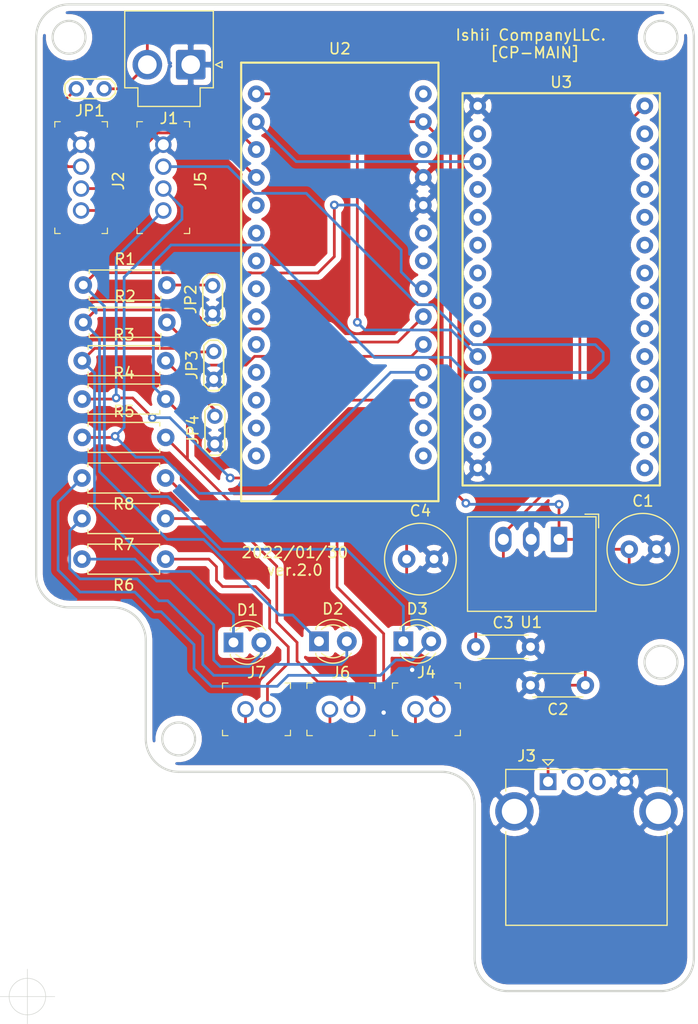
<source format=kicad_pcb>
(kicad_pcb (version 20171130) (host pcbnew "(5.1.9)-1")
  (layers (0 F.Cu signal) (31 B.Cu signal) (34 B.Paste user) (35 F.Paste user) (36 B.SilkS user) (37 F.SilkS user) (38 B.Mask user) (39 F.Mask user) (44 Edge.Cuts user))
  (net 0 "")
  (net 1 5V)
  (net 2 GND)
  (net 3 3.3V)
  (net 4 SP3)
  (net 5 SP2)
  (net 6 SP1)
  (net 7 "Net-(J2-Pad2)")
  (net 8 RX2)
  (net 9 TX2)
  (net 10 "Net-(J3-Pad2)")
  (net 11 "Net-(J3-Pad3)")
  (net 12 w-Sensor1)
  (net 13 w-Sensor2)
  (net 14 w-Sensor3)
  (net 15 J1)
  (net 16 J2)
  (net 17 J3)
  (net 18 RX)
  (net 19 TX)
  (net 20 "Net-(U2-Pad8)")
  (net 21 "Net-(U2-Pad9)")
  (net 22 "Net-(U2-Pad10)")
  (net 23 "Net-(U2-Pad11)")
  (net 24 "Net-(U2-Pad12)")
  (net 25 "Net-(U2-Pad13)")
  (net 26 "Net-(U2-Pad14)")
  (net 27 "Net-(U2-Pad15)")
  (net 28 "Net-(U2-Pad16)")
  (net 29 "Net-(U2-Pad22)")
  (net 30 "Net-(U2-Pad23)")
  (net 31 "Net-(U2-Pad26)")
  (net 32 "Net-(U2-Pad28)")
  (net 33 "Net-(U3-Pad4)")
  (net 34 "Net-(U3-Pad5)")
  (net 35 "Net-(U3-Pad6)")
  (net 36 "Net-(U3-Pad7)")
  (net 37 "Net-(U3-Pad8)")
  (net 38 "Net-(U3-Pad9)")
  (net 39 "Net-(U3-Pad11)")
  (net 40 "Net-(U3-Pad12)")
  (net 41 "Net-(U3-Pad13)")
  (net 42 "Net-(U3-Pad15)")
  (net 43 "Net-(U3-Pad16)")
  (net 44 "Net-(U3-Pad17)")
  (net 45 "Net-(U3-Pad18)")
  (net 46 "Net-(U3-Pad20)")
  (net 47 "Net-(U3-Pad21)")
  (net 48 "Net-(U3-Pad22)")
  (net 49 "Net-(U3-Pad23)")
  (net 50 "Net-(U3-Pad24)")
  (net 51 "Net-(U3-Pad25)")
  (net 52 "Net-(U3-Pad26)")
  (net 53 "Net-(U3-Pad27)")
  (net 54 "Net-(D1-Pad2)")
  (net 55 "Net-(D2-Pad2)")
  (net 56 "Net-(D3-Pad2)")
  (net 57 SDA)
  (net 58 SCL)
  (net 59 "Net-(U2-Pad5)")
  (net 60 "Net-(U2-Pad6)")
  (net 61 "Net-(U2-Pad7)")
  (net 62 "Net-(U3-Pad19)")
  (net 63 "Net-(U3-Pad2)")
  (module Capacitor_THT:C_Radial_D6.3mm_H11.0mm_P2.50mm (layer F.Cu) (at 164.9 100.3)
    (fp_text reference C1 (at 1.25 -4.4) (layer F.SilkS))
    (fp_text value C)
    (pad 2 thru_hole circle (at 2.5 0) (size 1.6 1.6) (drill 0.8) (layers *.Cu *.Mask) (net 2 GND))
    (pad 1 thru_hole circle (at 0 0) (size 1.6 1.6) (drill 0.8) (layers *.Cu *.Mask) (net 1 5V))
  )
  (module Capacitor_THT:C_Disc_D4.3mm_W1.9mm_P5.00mm (layer F.Cu) (at 160.9 112.7 180)
    (fp_text reference C2 (at 2.5 -2.2) (layer F.SilkS))
    (fp_text value C)
    (pad 2 thru_hole circle (at 5 0 180) (size 1.6 1.6) (drill 0.8) (layers *.Cu *.Mask) (net 2 GND))
    (pad 1 thru_hole circle (at 0 0 180) (size 1.6 1.6) (drill 0.8) (layers *.Cu *.Mask) (net 1 5V))
  )
  (module Capacitor_THT:C_Disc_D4.3mm_W1.9mm_P5.00mm (layer F.Cu) (at 150.9 109.2)
    (fp_text reference C3 (at 2.5 -2.2) (layer F.SilkS))
    (fp_text value C)
    (pad 1 thru_hole circle (at 0 0) (size 1.6 1.6) (drill 0.8) (layers *.Cu *.Mask) (net 3 3.3V))
    (pad 2 thru_hole circle (at 5 0) (size 1.6 1.6) (drill 0.8) (layers *.Cu *.Mask) (net 2 GND))
  )
  (module Capacitor_THT:C_Radial_D6.3mm_H11.0mm_P2.50mm (layer F.Cu) (at 144.6 101.2)
    (fp_text reference C4 (at 1.25 -4.4) (layer F.SilkS))
    (fp_text value C)
    (pad 1 thru_hole circle (at 0 0) (size 1.6 1.6) (drill 0.8) (layers *.Cu *.Mask) (net 3 3.3V))
    (pad 2 thru_hole circle (at 2.5 0) (size 1.6 1.6) (drill 0.8) (layers *.Cu *.Mask) (net 2 GND))
  )
  (module LED_THT:LED_D3.0mm (layer F.Cu) (at 128.8 108.8)
    (fp_text reference D1 (at 1.27 -2.96) (layer F.SilkS))
    (fp_text value LED)
    (pad 2 thru_hole circle (at 2.54 0) (size 1.8 1.8) (drill 0.9) (layers *.Cu *.Mask) (net 54 "Net-(D1-Pad2)"))
    (pad 1 thru_hole rect (at 0 0) (size 1.8 1.8) (drill 0.9) (layers *.Cu *.Mask) (net 4 SP3))
  )
  (module LED_THT:LED_D3.0mm (layer F.Cu) (at 136.6 108.7)
    (fp_text reference D2 (at 1.27 -2.96) (layer F.SilkS))
    (fp_text value LED)
    (pad 1 thru_hole rect (at 0 0) (size 1.8 1.8) (drill 0.9) (layers *.Cu *.Mask) (net 5 SP2))
    (pad 2 thru_hole circle (at 2.54 0) (size 1.8 1.8) (drill 0.9) (layers *.Cu *.Mask) (net 55 "Net-(D2-Pad2)"))
  )
  (module LED_THT:LED_D3.0mm (layer F.Cu) (at 144.3 108.7)
    (fp_text reference D3 (at 1.27 -2.96) (layer F.SilkS))
    (fp_text value LED)
    (pad 2 thru_hole circle (at 2.54 0) (size 1.8 1.8) (drill 0.9) (layers *.Cu *.Mask) (net 56 "Net-(D3-Pad2)"))
    (pad 1 thru_hole rect (at 0 0) (size 1.8 1.8) (drill 0.9) (layers *.Cu *.Mask) (net 6 SP1))
  )
  (module TestPoint:TestPoint_2Pads_Pitch2.54mm_Drill0.8mm (layer F.Cu) (at 117 58.3 180)
    (fp_text reference JP1 (at 1.3 -2) (layer F.SilkS))
    (fp_text value Jumper_2_Open)
    (pad 2 thru_hole circle (at 2.54 0 180) (size 1.4 1.4) (drill 0.8) (layers *.Cu *.Mask) (net 7 "Net-(J2-Pad2)"))
    (pad 1 thru_hole circle (at 0 0 180) (size 1.4 1.4) (drill 0.8) (layers *.Cu *.Mask) (net 1 5V))
  )
  (module TestPoint:TestPoint_2Pads_Pitch2.54mm_Drill0.8mm (layer F.Cu) (at 126.9 78.8 90)
    (fp_text reference JP2 (at 1.3 -2 90) (layer F.SilkS))
    (fp_text value Jumper_2_Open)
    (pad 2 thru_hole circle (at 2.54 0 90) (size 1.4 1.4) (drill 0.8) (layers *.Cu *.Mask) (net 15 J1))
    (pad 1 thru_hole circle (at 0 0 90) (size 1.4 1.4) (drill 0.8) (layers *.Cu *.Mask) (net 2 GND))
  )
  (module TestPoint:TestPoint_2Pads_Pitch2.54mm_Drill0.8mm (layer F.Cu) (at 127 84.8 90)
    (fp_text reference JP3 (at 1.3 -2 90) (layer F.SilkS))
    (fp_text value Jumper_2_Open)
    (pad 2 thru_hole circle (at 2.54 0 90) (size 1.4 1.4) (drill 0.8) (layers *.Cu *.Mask) (net 16 J2))
    (pad 1 thru_hole circle (at 0 0 90) (size 1.4 1.4) (drill 0.8) (layers *.Cu *.Mask) (net 2 GND))
  )
  (module TestPoint:TestPoint_2Pads_Pitch2.54mm_Drill0.8mm (layer F.Cu) (at 127.1 90.7 90)
    (fp_text reference JP4 (at 1.3 -2 90) (layer F.SilkS))
    (fp_text value Jumper_2_Open)
    (pad 1 thru_hole circle (at 0 0 90) (size 1.4 1.4) (drill 0.8) (layers *.Cu *.Mask) (net 2 GND))
    (pad 2 thru_hole circle (at 2.54 0 90) (size 1.4 1.4) (drill 0.8) (layers *.Cu *.Mask) (net 17 J3))
  )
  (module Resistor_THT:R_Axial_DIN0207_L6.3mm_D2.5mm_P7.62mm_Horizontal (layer F.Cu) (at 115.1 76.2)
    (fp_text reference R1 (at 3.81 -2.37) (layer F.SilkS))
    (fp_text value R)
    (pad 1 thru_hole circle (at 0 0) (size 1.6 1.6) (drill 0.8) (layers *.Cu *.Mask) (net 6 SP1))
    (pad 2 thru_hole oval (at 7.62 0) (size 1.6 1.6) (drill 0.8) (layers *.Cu *.Mask) (net 15 J1))
  )
  (module Resistor_THT:R_Axial_DIN0207_L6.3mm_D2.5mm_P7.62mm_Horizontal (layer F.Cu) (at 115.1 79.6)
    (fp_text reference R2 (at 3.81 -2.37) (layer F.SilkS))
    (fp_text value R)
    (pad 2 thru_hole oval (at 7.62 0) (size 1.6 1.6) (drill 0.8) (layers *.Cu *.Mask) (net 16 J2))
    (pad 1 thru_hole circle (at 0 0) (size 1.6 1.6) (drill 0.8) (layers *.Cu *.Mask) (net 5 SP2))
  )
  (module Resistor_THT:R_Axial_DIN0207_L6.3mm_D2.5mm_P7.62mm_Horizontal (layer F.Cu) (at 115 83.1)
    (fp_text reference R3 (at 3.81 -2.37) (layer F.SilkS))
    (fp_text value R)
    (pad 1 thru_hole circle (at 0 0) (size 1.6 1.6) (drill 0.8) (layers *.Cu *.Mask) (net 4 SP3))
    (pad 2 thru_hole oval (at 7.62 0) (size 1.6 1.6) (drill 0.8) (layers *.Cu *.Mask) (net 17 J3))
  )
  (module Resistor_THT:R_Axial_DIN0207_L6.3mm_D2.5mm_P7.62mm_Horizontal (layer F.Cu) (at 115 86.6)
    (fp_text reference R4 (at 3.81 -2.37) (layer F.SilkS))
    (fp_text value R)
    (pad 1 thru_hole circle (at 0 0) (size 1.6 1.6) (drill 0.8) (layers *.Cu *.Mask) (net 58 SCL))
    (pad 2 thru_hole oval (at 7.62 0) (size 1.6 1.6) (drill 0.8) (layers *.Cu *.Mask) (net 3 3.3V))
  )
  (module Resistor_THT:R_Axial_DIN0207_L6.3mm_D2.5mm_P7.62mm_Horizontal (layer F.Cu) (at 115 90.1)
    (fp_text reference R5 (at 3.81 -2.37) (layer F.SilkS))
    (fp_text value R)
    (pad 2 thru_hole oval (at 7.62 0) (size 1.6 1.6) (drill 0.8) (layers *.Cu *.Mask) (net 3 3.3V))
    (pad 1 thru_hole circle (at 0 0) (size 1.6 1.6) (drill 0.8) (layers *.Cu *.Mask) (net 57 SDA))
  )
  (module Resistor_THT:R_Axial_DIN0207_L6.3mm_D2.5mm_P7.62mm_Horizontal (layer F.Cu) (at 122.6 101.2 180)
    (fp_text reference R6 (at 3.81 -2.37) (layer F.SilkS))
    (fp_text value R)
    (pad 2 thru_hole oval (at 7.62 0 180) (size 1.6 1.6) (drill 0.8) (layers *.Cu *.Mask) (net 54 "Net-(D1-Pad2)"))
    (pad 1 thru_hole circle (at 0 0 180) (size 1.6 1.6) (drill 0.8) (layers *.Cu *.Mask) (net 14 w-Sensor3))
  )
  (module Resistor_THT:R_Axial_DIN0207_L6.3mm_D2.5mm_P7.62mm_Horizontal (layer F.Cu) (at 122.6 97.5 180)
    (fp_text reference R7 (at 3.81 -2.37) (layer F.SilkS))
    (fp_text value R)
    (pad 1 thru_hole circle (at 0 0 180) (size 1.6 1.6) (drill 0.8) (layers *.Cu *.Mask) (net 13 w-Sensor2))
    (pad 2 thru_hole oval (at 7.62 0 180) (size 1.6 1.6) (drill 0.8) (layers *.Cu *.Mask) (net 55 "Net-(D2-Pad2)"))
  )
  (module Resistor_THT:R_Axial_DIN0207_L6.3mm_D2.5mm_P7.62mm_Horizontal (layer F.Cu) (at 122.6 93.8 180)
    (fp_text reference R8 (at 3.81 -2.37) (layer F.SilkS))
    (fp_text value R)
    (pad 1 thru_hole circle (at 0 0 180) (size 1.6 1.6) (drill 0.8) (layers *.Cu *.Mask) (net 12 w-Sensor1))
    (pad 2 thru_hole oval (at 7.62 0 180) (size 1.6 1.6) (drill 0.8) (layers *.Cu *.Mask) (net 56 "Net-(D3-Pad2)"))
  )
  (module Converter_DCDC:Converter_DCDC_RECOM_R-78E-0.5_THT (layer F.Cu) (at 158.5 99.4 180)
    (fp_text reference U1 (at 2.54 -7.56) (layer F.SilkS))
    (fp_text value R-783.3-0.5)
    (pad 3 thru_hole oval (at 5.08 0 180) (size 1.5 2.3) (drill 1) (layers *.Cu *.Mask) (net 3 3.3V))
    (pad 2 thru_hole oval (at 2.54 0 180) (size 1.5 2.3) (drill 1) (layers *.Cu *.Mask) (net 2 GND))
    (pad 1 thru_hole rect (at 0 0 180) (size 1.5 2.3) (drill 1) (layers *.Cu *.Mask) (net 1 5V))
  )
  (module hotsprings-footprints:TWELITE-DIP (layer F.Cu) (at 158.7 76.7)
    (fp_text reference U3 (at 0 -19) (layer F.SilkS))
    (fp_text value TWELITE_DIP)
    (pad 28 thru_hole circle (at 7.62 -16.84) (size 1.524 1.524) (drill 0.762) (layers *.Cu *.Mask) (net 3 3.3V))
    (pad 27 thru_hole circle (at 7.62 -14.3) (size 1.524 1.524) (drill 0.762) (layers *.Cu *.Mask) (net 53 "Net-(U3-Pad27)"))
    (pad 26 thru_hole circle (at 7.62 -11.76) (size 1.524 1.524) (drill 0.762) (layers *.Cu *.Mask) (net 52 "Net-(U3-Pad26)"))
    (pad 25 thru_hole circle (at 7.62 -9.22) (size 1.524 1.524) (drill 0.762) (layers *.Cu *.Mask) (net 51 "Net-(U3-Pad25)"))
    (pad 24 thru_hole circle (at 7.62 -6.68) (size 1.524 1.524) (drill 0.762) (layers *.Cu *.Mask) (net 50 "Net-(U3-Pad24)"))
    (pad 23 thru_hole circle (at 7.62 -4.14) (size 1.524 1.524) (drill 0.762) (layers *.Cu *.Mask) (net 49 "Net-(U3-Pad23)"))
    (pad 22 thru_hole circle (at 7.62 -1.6) (size 1.524 1.524) (drill 0.762) (layers *.Cu *.Mask) (net 48 "Net-(U3-Pad22)"))
    (pad 21 thru_hole circle (at 7.62 0.94) (size 1.524 1.524) (drill 0.762) (layers *.Cu *.Mask) (net 47 "Net-(U3-Pad21)"))
    (pad 20 thru_hole circle (at 7.62 3.48) (size 1.524 1.524) (drill 0.762) (layers *.Cu *.Mask) (net 46 "Net-(U3-Pad20)"))
    (pad 19 thru_hole circle (at 7.62 6.02) (size 1.524 1.524) (drill 0.762) (layers *.Cu *.Mask) (net 62 "Net-(U3-Pad19)"))
    (pad 18 thru_hole circle (at 7.62 8.56) (size 1.524 1.524) (drill 0.762) (layers *.Cu *.Mask) (net 45 "Net-(U3-Pad18)"))
    (pad 17 thru_hole circle (at 7.62 11.1) (size 1.524 1.524) (drill 0.762) (layers *.Cu *.Mask) (net 44 "Net-(U3-Pad17)"))
    (pad 16 thru_hole circle (at 7.62 13.64) (size 1.524 1.524) (drill 0.762) (layers *.Cu *.Mask) (net 43 "Net-(U3-Pad16)"))
    (pad 15 thru_hole circle (at 7.62 16.18) (size 1.524 1.524) (drill 0.762) (layers *.Cu *.Mask) (net 42 "Net-(U3-Pad15)"))
    (pad 14 thru_hole circle (at -7.62 16.18) (size 1.524 1.524) (drill 0.762) (layers *.Cu *.Mask) (net 2 GND))
    (pad 13 thru_hole circle (at -7.62 13.64) (size 1.524 1.524) (drill 0.762) (layers *.Cu *.Mask) (net 41 "Net-(U3-Pad13)"))
    (pad 12 thru_hole circle (at -7.62 11.1) (size 1.524 1.524) (drill 0.762) (layers *.Cu *.Mask) (net 40 "Net-(U3-Pad12)"))
    (pad 11 thru_hole circle (at -7.62 8.56) (size 1.524 1.524) (drill 0.762) (layers *.Cu *.Mask) (net 39 "Net-(U3-Pad11)"))
    (pad 10 thru_hole circle (at -7.62 6.02) (size 1.524 1.524) (drill 0.762) (layers *.Cu *.Mask) (net 18 RX))
    (pad 9 thru_hole circle (at -7.62 3.48) (size 1.524 1.524) (drill 0.762) (layers *.Cu *.Mask) (net 38 "Net-(U3-Pad9)"))
    (pad 8 thru_hole circle (at -7.62 0.94) (size 1.524 1.524) (drill 0.762) (layers *.Cu *.Mask) (net 37 "Net-(U3-Pad8)"))
    (pad 7 thru_hole circle (at -7.62 -1.6) (size 1.524 1.524) (drill 0.762) (layers *.Cu *.Mask) (net 36 "Net-(U3-Pad7)"))
    (pad 6 thru_hole circle (at -7.62 -4.14) (size 1.524 1.524) (drill 0.762) (layers *.Cu *.Mask) (net 35 "Net-(U3-Pad6)"))
    (pad 5 thru_hole circle (at -7.62 -6.68) (size 1.524 1.524) (drill 0.762) (layers *.Cu *.Mask) (net 34 "Net-(U3-Pad5)"))
    (pad 4 thru_hole circle (at -7.62 -9.22) (size 1.524 1.524) (drill 0.762) (layers *.Cu *.Mask) (net 33 "Net-(U3-Pad4)"))
    (pad 3 thru_hole circle (at -7.62 -11.76) (size 1.524 1.524) (drill 0.762) (layers *.Cu *.Mask) (net 19 TX))
    (pad 2 thru_hole circle (at -7.62 -14.3) (size 1.524 1.524) (drill 0.762) (layers *.Cu *.Mask) (net 63 "Net-(U3-Pad2)"))
    (pad 1 thru_hole circle (at -7.62 -16.84) (size 1.524 1.524) (drill 0.762) (layers *.Cu *.Mask) (net 2 GND))
  )
  (module Connector_JST:JST_VH_B2P-VH-B_1x02_P3.96mm_Vertical (layer F.Cu) (at 124.9 56.1 180)
    (fp_text reference J1 (at 1.98 -4.9) (layer F.SilkS))
    (fp_text value power)
    (pad 2 thru_hole circle (at 3.96 0 180) (size 2.7 2.7) (drill 1.7) (layers *.Cu *.Mask) (net 1 5V))
    (pad 1 thru_hole roundrect (at 0 0 180) (size 2.7 2.7) (drill 1.7) (layers *.Cu *.Mask) (roundrect_rratio 0.09259296296296296) (net 2 GND))
  )
  (module Connector_USB:USB_A_CONNFLY_DS1095-WNR0 (layer F.Cu) (at 157.5 121.5)
    (fp_text reference J3 (at -1.95 -2.35) (layer F.SilkS))
    (fp_text value USB_A)
    (pad 5 thru_hole circle (at 10.07 2.71) (size 3.5 3.5) (drill 2.3) (layers *.Cu *.Mask) (net 2 GND))
    (pad 5 thru_hole circle (at -3.07 2.71) (size 3.5 3.5) (drill 2.3) (layers *.Cu *.Mask) (net 2 GND))
    (pad 1 thru_hole rect (at 0 0) (size 1.524 1.524) (drill 0.92) (layers *.Cu *.Mask) (net 1 5V))
    (pad 2 thru_hole circle (at 2.5 0) (size 1.524 1.524) (drill 0.92) (layers *.Cu *.Mask) (net 10 "Net-(J3-Pad2)"))
    (pad 3 thru_hole circle (at 4.5 0) (size 1.524 1.524) (drill 0.92) (layers *.Cu *.Mask) (net 11 "Net-(J3-Pad3)"))
    (pad 4 thru_hole circle (at 7 0) (size 1.524 1.524) (drill 0.92) (layers *.Cu *.Mask) (net 2 GND))
  )
  (module digikey-footprints:PinHeader_1x2_P2mm_Drill1mm (layer F.Cu) (at 145.4 114.9)
    (fp_text reference J4 (at 1 -3.35) (layer F.SilkS))
    (fp_text value w-Sensor1)
    (pad 1 thru_hole circle (at 0 0) (size 1.5 1.5) (drill 1) (layers *.Cu *.Mask) (net 1 5V))
    (pad 2 thru_hole circle (at 2 0) (size 1.5 1.5) (drill 1) (layers *.Cu *.Mask) (net 12 w-Sensor1))
  )
  (module digikey-footprints:PinHeader_1x4_P2mm_Drill1mm (layer F.Cu) (at 122.4 63.4 270)
    (fp_text reference J5 (at 3.3 -3.4 90) (layer F.SilkS))
    (fp_text value i2c)
    (pad 1 thru_hole circle (at 0 0 270) (size 1.5 1.5) (drill 1) (layers *.Cu *.Mask) (net 2 GND))
    (pad 2 thru_hole circle (at 2 0 270) (size 1.5 1.5) (drill 1) (layers *.Cu *.Mask) (net 3 3.3V))
    (pad 3 thru_hole circle (at 4 0 270) (size 1.5 1.5) (drill 1) (layers *.Cu *.Mask) (net 57 SDA))
    (pad 4 thru_hole circle (at 6 0 270) (size 1.5 1.5) (drill 1) (layers *.Cu *.Mask) (net 58 SCL))
  )
  (module digikey-footprints:PinHeader_1x2_P2mm_Drill1mm (layer F.Cu) (at 137.6 114.9)
    (fp_text reference J6 (at 1 -3.35) (layer F.SilkS))
    (fp_text value w-Sensor2)
    (pad 2 thru_hole circle (at 2 0) (size 1.5 1.5) (drill 1) (layers *.Cu *.Mask) (net 13 w-Sensor2))
    (pad 1 thru_hole circle (at 0 0) (size 1.5 1.5) (drill 1) (layers *.Cu *.Mask) (net 1 5V))
  )
  (module digikey-footprints:PinHeader_1x2_P2mm_Drill1mm (layer F.Cu) (at 129.9 114.9)
    (fp_text reference J7 (at 1 -3.35) (layer F.SilkS))
    (fp_text value w-Sensor3)
    (pad 1 thru_hole circle (at 0 0) (size 1.5 1.5) (drill 1) (layers *.Cu *.Mask) (net 1 5V))
    (pad 2 thru_hole circle (at 2 0) (size 1.5 1.5) (drill 1) (layers *.Cu *.Mask) (net 14 w-Sensor3))
  )
  (module digikey-footprints:PinHeader_1x4_P2mm_Drill1mm (layer F.Cu) (at 114.9 63.4 270)
    (fp_text reference J2 (at 3.3 -3.4 90) (layer F.SilkS))
    (fp_text value Serial)
    (pad 1 thru_hole circle (at 0 0 270) (size 1.5 1.5) (drill 1) (layers *.Cu *.Mask) (net 2 GND))
    (pad 2 thru_hole circle (at 2 0 270) (size 1.5 1.5) (drill 1) (layers *.Cu *.Mask) (net 7 "Net-(J2-Pad2)"))
    (pad 3 thru_hole circle (at 4 0 270) (size 1.5 1.5) (drill 1) (layers *.Cu *.Mask) (net 8 RX2))
    (pad 4 thru_hole circle (at 6 0 270) (size 1.5 1.5) (drill 1) (layers *.Cu *.Mask) (net 9 TX2))
  )
  (module hotsprings-footprints:AE-ATMEGA328-MINI (layer F.Cu) (at 138.5 75.6)
    (fp_text reference U2 (at 0 -20.955) (layer F.SilkS))
    (fp_text value AE-ATMEGA328-MINI)
    (pad 1 thru_hole circle (at -7.62 -16.84) (size 1.524 1.524) (drill 0.762) (layers *.Cu *.Mask) (net 18 RX))
    (pad 2 thru_hole circle (at -7.62 -14.3) (size 1.524 1.524) (drill 0.762) (layers *.Cu *.Mask) (net 19 TX))
    (pad 3 thru_hole circle (at -7.62 -11.76) (size 1.524 1.524) (drill 0.762) (layers *.Cu *.Mask) (net 8 RX2))
    (pad 4 thru_hole circle (at -7.62 -9.22) (size 1.524 1.524) (drill 0.762) (layers *.Cu *.Mask) (net 9 TX2))
    (pad 5 thru_hole circle (at -7.62 -6.68) (size 1.524 1.524) (drill 0.762) (layers *.Cu *.Mask) (net 59 "Net-(U2-Pad5)"))
    (pad 6 thru_hole circle (at -7.62 -4.14) (size 1.524 1.524) (drill 0.762) (layers *.Cu *.Mask) (net 60 "Net-(U2-Pad6)"))
    (pad 7 thru_hole circle (at -7.62 -1.6) (size 1.524 1.524) (drill 0.762) (layers *.Cu *.Mask) (net 61 "Net-(U2-Pad7)"))
    (pad 8 thru_hole circle (at -7.62 0.94) (size 1.524 1.524) (drill 0.762) (layers *.Cu *.Mask) (net 20 "Net-(U2-Pad8)"))
    (pad 9 thru_hole circle (at -7.62 3.48) (size 1.524 1.524) (drill 0.762) (layers *.Cu *.Mask) (net 21 "Net-(U2-Pad9)"))
    (pad 10 thru_hole circle (at -7.62 6.02) (size 1.524 1.524) (drill 0.762) (layers *.Cu *.Mask) (net 22 "Net-(U2-Pad10)"))
    (pad 11 thru_hole circle (at -7.62 8.56) (size 1.524 1.524) (drill 0.762) (layers *.Cu *.Mask) (net 23 "Net-(U2-Pad11)"))
    (pad 12 thru_hole circle (at -7.62 11.1) (size 1.524 1.524) (drill 0.762) (layers *.Cu *.Mask) (net 24 "Net-(U2-Pad12)"))
    (pad 13 thru_hole circle (at -7.62 13.64) (size 1.524 1.524) (drill 0.762) (layers *.Cu *.Mask) (net 25 "Net-(U2-Pad13)"))
    (pad 14 thru_hole circle (at -7.62 16.18) (size 1.524 1.524) (drill 0.762) (layers *.Cu *.Mask) (net 26 "Net-(U2-Pad14)"))
    (pad 15 thru_hole circle (at 7.62 16.18) (size 1.524 1.524) (drill 0.762) (layers *.Cu *.Mask) (net 27 "Net-(U2-Pad15)"))
    (pad 16 thru_hole circle (at 7.62 13.64) (size 1.524 1.524) (drill 0.762) (layers *.Cu *.Mask) (net 28 "Net-(U2-Pad16)"))
    (pad 17 thru_hole circle (at 7.62 11.1) (size 1.524 1.524) (drill 0.762) (layers *.Cu *.Mask) (net 58 SCL))
    (pad 18 thru_hole circle (at 7.62 8.56) (size 1.524 1.524) (drill 0.762) (layers *.Cu *.Mask) (net 57 SDA))
    (pad 19 thru_hole circle (at 7.62 6.02) (size 1.524 1.524) (drill 0.762) (layers *.Cu *.Mask) (net 4 SP3))
    (pad 20 thru_hole circle (at 7.62 3.48) (size 1.524 1.524) (drill 0.762) (layers *.Cu *.Mask) (net 5 SP2))
    (pad 21 thru_hole circle (at 7.62 0.94) (size 1.524 1.524) (drill 0.762) (layers *.Cu *.Mask) (net 6 SP1))
    (pad 22 thru_hole circle (at 7.62 -1.6) (size 1.524 1.524) (drill 0.762) (layers *.Cu *.Mask) (net 29 "Net-(U2-Pad22)"))
    (pad 23 thru_hole circle (at 7.62 -4.14) (size 1.524 1.524) (drill 0.762) (layers *.Cu *.Mask) (net 30 "Net-(U2-Pad23)"))
    (pad 24 thru_hole circle (at 7.62 -6.68) (size 1.524 1.524) (drill 0.762) (layers *.Cu *.Mask) (net 2 GND))
    (pad 25 thru_hole circle (at 7.62 -9.22) (size 1.524 1.524) (drill 0.762) (layers *.Cu *.Mask) (net 2 GND))
    (pad 26 thru_hole circle (at 7.62 -11.76) (size 1.524 1.524) (drill 0.762) (layers *.Cu *.Mask) (net 31 "Net-(U2-Pad26)"))
    (pad 27 thru_hole circle (at 7.62 -14.3) (size 1.524 1.524) (drill 0.762) (layers *.Cu *.Mask) (net 1 5V))
    (pad 28 thru_hole circle (at 7.62 -16.84) (size 1.524 1.524) (drill 0.762) (layers *.Cu *.Mask) (net 32 "Net-(U2-Pad28)"))
  )
  (gr_text "2022/01/30\nver.2.0" (at 134.4 101.4) (layer F.SilkS) (effects (font (size 1 1))))
  (target plus (at 110 141.1) (size 5) (width 0.05) (layer Edge.Cuts))
  (gr_text "Ishii CompanyLLC. \n[CP-MAIN]" (at 156.3 54.2) (layer F.SilkS) (effects (font (size 1 1))))
  (gr_circle (center 113.8 53.6) (end 115.3 53.6) (layer Edge.Cuts) (width 0.2))
  (gr_circle (center 167.8 53.6) (end 169.3 53.6) (layer Edge.Cuts) (width 0.2))
  (gr_line (start 117.8 105.6) (end 113.8 105.6) (layer Edge.Cuts) (width 0.2))
  (gr_circle (center 123.8 117.6) (end 125.3 117.6) (layer Edge.Cuts) (width 0.2))
  (gr_arc (start 167.8 137.6) (end 167.8 140.6) (angle -90) (layer Edge.Cuts) (width 0.2))
  (gr_line (start 150.8 123.6) (end 150.8 137.6) (layer Edge.Cuts) (width 0.2))
  (gr_line (start 110.8 53.6) (end 110.8 102.6) (layer Edge.Cuts) (width 0.2))
  (gr_line (start 170.8 53.6) (end 170.8 137.6) (layer Edge.Cuts) (width 0.2))
  (gr_line (start 113.8 50.6) (end 167.8 50.6) (layer Edge.Cuts) (width 0.2))
  (gr_line (start 120.8 108.6) (end 120.8 117.6) (layer Edge.Cuts) (width 0.2))
  (gr_line (start 123.8 120.6) (end 147.8 120.6) (layer Edge.Cuts) (width 0.2))
  (gr_arc (start 113.8 53.6) (end 113.8 50.6) (angle -90) (layer Edge.Cuts) (width 0.2))
  (gr_arc (start 117.8 108.6) (end 120.8 108.6) (angle -90) (layer Edge.Cuts) (width 0.2))
  (gr_arc (start 123.8 117.6) (end 120.8 117.6) (angle -90) (layer Edge.Cuts) (width 0.2))
  (gr_circle (center 167.8 110.6) (end 169.3 110.6) (layer Edge.Cuts) (width 0.2))
  (gr_arc (start 147.8 123.6) (end 150.8 123.6) (angle -90) (layer Edge.Cuts) (width 0.2))
  (gr_line (start 167.8 140.6) (end 153.8 140.6) (layer Edge.Cuts) (width 0.2))
  (gr_arc (start 167.8 53.6) (end 170.8 53.6) (angle -90) (layer Edge.Cuts) (width 0.2))
  (gr_arc (start 113.8 102.6) (end 110.8 102.6) (angle -90) (layer Edge.Cuts) (width 0.2))
  (gr_arc (start 153.8 137.6) (end 150.8 137.6) (angle -90) (layer Edge.Cuts) (width 0.2))
  (via (at 158.5 96.2) (size 0.8) (drill 0.4) (layers F.Cu B.Cu) (net 1))
  (segment (start 164.9 100.3) (end 164.9 103.5) (width 0.25) (layer F.Cu) (net 1))
  (segment (start 160.9 107.5) (end 160.9 112.7) (width 0.25) (layer F.Cu) (net 1))
  (segment (start 164.9 103.5) (end 160.9 107.5) (width 0.25) (layer F.Cu) (net 1))
  (segment (start 158.5 99.4) (end 161 99.4) (width 0.25) (layer F.Cu) (net 1))
  (segment (start 161.9 100.3) (end 164.9 100.3) (width 0.25) (layer F.Cu) (net 1))
  (segment (start 161 99.4) (end 161.9 100.3) (width 0.25) (layer F.Cu) (net 1))
  (segment (start 143.3 61.3) (end 146.12 61.3) (width 0.25) (layer F.Cu) (net 1))
  (segment (start 146.12 61.3) (end 148.6 63.78) (width 0.25) (layer F.Cu) (net 1))
  (segment (start 149.8 95.9) (end 150 96.1) (width 0.25) (layer F.Cu) (net 1))
  (segment (start 150 96.1) (end 150 96.1) (width 0.25) (layer F.Cu) (net 1))
  (via (at 150 96.1) (size 0.8) (drill 0.4) (layers F.Cu B.Cu) (net 1))
  (segment (start 158.5 96.2) (end 158.5 99.4) (width 0.25) (layer F.Cu) (net 1))
  (segment (start 150.1 96.2) (end 150 96.1) (width 0.25) (layer B.Cu) (net 1))
  (segment (start 158.5 96.2) (end 150.1 96.2) (width 0.25) (layer B.Cu) (net 1))
  (segment (start 158.9 112.7) (end 160.9 112.7) (width 0.25) (layer F.Cu) (net 1))
  (segment (start 157.3 111.1) (end 158.9 112.7) (width 0.25) (layer F.Cu) (net 1))
  (segment (start 152.8 111.1) (end 157.3 111.1) (width 0.25) (layer F.Cu) (net 1))
  (segment (start 152.5 111.4) (end 152.8 111.1) (width 0.25) (layer F.Cu) (net 1))
  (segment (start 151.1 118) (end 152.5 116.6) (width 0.25) (layer F.Cu) (net 1))
  (segment (start 129.9 117) (end 130.9 118) (width 0.25) (layer F.Cu) (net 1))
  (segment (start 129.9 115.1) (end 129.9 117) (width 0.25) (layer F.Cu) (net 1))
  (segment (start 137.6 116.3) (end 138.9 117.6) (width 0.25) (layer F.Cu) (net 1))
  (segment (start 137.6 115.1) (end 137.6 116.3) (width 0.25) (layer F.Cu) (net 1))
  (segment (start 138.9 117.6) (end 138.9 118) (width 0.25) (layer F.Cu) (net 1))
  (segment (start 130.9 118) (end 138.9 118) (width 0.25) (layer F.Cu) (net 1))
  (segment (start 146.6 117.8) (end 146.6 118) (width 0.25) (layer F.Cu) (net 1))
  (segment (start 145.4 116.6) (end 146.6 117.8) (width 0.25) (layer F.Cu) (net 1))
  (segment (start 145.4 115.1) (end 145.4 116.6) (width 0.25) (layer F.Cu) (net 1))
  (segment (start 146.6 118) (end 151.1 118) (width 0.25) (layer F.Cu) (net 1))
  (segment (start 138.9 118) (end 146.6 118) (width 0.25) (layer F.Cu) (net 1))
  (segment (start 148.6 63.78) (end 148.6 94.3) (width 0.25) (layer F.Cu) (net 1))
  (segment (start 148.6 94.3) (end 148.6 94.7) (width 0.25) (layer F.Cu) (net 1))
  (segment (start 148.6 94.7) (end 149.2 95.3) (width 0.25) (layer F.Cu) (net 1))
  (segment (start 149.2 95.3) (end 149.8 95.9) (width 0.25) (layer F.Cu) (net 1))
  (segment (start 143.3 61.3) (end 136.2 54.2) (width 0.25) (layer F.Cu) (net 1))
  (segment (start 117.3 58) (end 117 58.3) (width 0.25) (layer F.Cu) (net 1))
  (segment (start 152.5 116.6) (end 152.5 114.9) (width 0.25) (layer F.Cu) (net 1))
  (segment (start 152.5 114.9) (end 152.5 111.4) (width 0.25) (layer F.Cu) (net 1))
  (segment (start 157.5 119.9) (end 157.5 121.5) (width 0.25) (layer F.Cu) (net 1))
  (segment (start 152.5 114.9) (end 157.5 119.9) (width 0.25) (layer F.Cu) (net 1))
  (segment (start 136.2 54.2) (end 129.4 54.2) (width 0.25) (layer F.Cu) (net 1))
  (segment (start 129.4 54.2) (end 128.1 52.9) (width 0.25) (layer F.Cu) (net 1))
  (segment (start 128.1 52.9) (end 122.1 52.9) (width 0.25) (layer F.Cu) (net 1))
  (segment (start 120.94 54.06) (end 120.94 56.1) (width 0.25) (layer F.Cu) (net 1))
  (segment (start 122.1 52.9) (end 120.94 54.06) (width 0.25) (layer F.Cu) (net 1))
  (segment (start 118.74 58.3) (end 117 58.3) (width 0.25) (layer F.Cu) (net 1))
  (segment (start 120.94 56.1) (end 118.74 58.3) (width 0.25) (layer F.Cu) (net 1))
  (via (at 145.1 111.3) (size 0.8) (drill 0.4) (layers F.Cu B.Cu) (net 2))
  (via (at 142.5 115.2) (size 0.8) (drill 0.4) (layers F.Cu B.Cu) (net 2))
  (segment (start 145.1 112.6) (end 142.5 115.2) (width 0.25) (layer B.Cu) (net 2))
  (segment (start 145.1 111.3) (end 145.1 112.6) (width 0.25) (layer B.Cu) (net 2))
  (segment (start 153.42 99.4) (end 153.42 103.58) (width 0.25) (layer F.Cu) (net 3))
  (segment (start 150.9 106.1) (end 150.9 109.2) (width 0.25) (layer F.Cu) (net 3))
  (segment (start 147.75 104.75) (end 152.25 104.75) (width 0.25) (layer F.Cu) (net 3))
  (segment (start 152.25 104.75) (end 150.9 106.1) (width 0.25) (layer F.Cu) (net 3))
  (segment (start 153.42 103.58) (end 152.25 104.75) (width 0.25) (layer F.Cu) (net 3))
  (segment (start 153.42 99.4) (end 153.42 98.88) (width 0.25) (layer F.Cu) (net 3))
  (segment (start 153.42 98.88) (end 160.4 91.9) (width 0.25) (layer F.Cu) (net 3))
  (segment (start 160.4 65.78) (end 166.32 59.86) (width 0.25) (layer F.Cu) (net 3))
  (segment (start 160.4 91.9) (end 160.4 65.78) (width 0.25) (layer F.Cu) (net 3))
  (segment (start 122.62 86.6) (end 124.6 88.58) (width 0.25) (layer F.Cu) (net 3))
  (segment (start 124.6 92.08) (end 124.66 92.14) (width 0.25) (layer F.Cu) (net 3))
  (segment (start 124.6 88.58) (end 124.6 92.08) (width 0.25) (layer F.Cu) (net 3))
  (segment (start 122.62 90.1) (end 124.66 92.14) (width 0.25) (layer F.Cu) (net 3))
  (segment (start 121.494999 85.474999) (end 122.62 86.6) (width 0.25) (layer B.Cu) (net 3))
  (segment (start 121.494999 74.155413) (end 121.494999 85.474999) (width 0.25) (layer B.Cu) (net 3))
  (segment (start 123.103411 72.547001) (end 121.494999 74.155413) (width 0.25) (layer B.Cu) (net 3))
  (segment (start 131.401761 72.547001) (end 123.103411 72.547001) (width 0.25) (layer B.Cu) (net 3))
  (segment (start 161.806001 81.632999) (end 162.525001 82.351999) (width 0.25) (layer B.Cu) (net 3))
  (segment (start 150.629409 81.632999) (end 161.806001 81.632999) (width 0.25) (layer B.Cu) (net 3))
  (segment (start 146.989409 77.992999) (end 150.629409 81.632999) (width 0.25) (layer B.Cu) (net 3))
  (segment (start 145.598239 77.992999) (end 146.989409 77.992999) (width 0.25) (layer B.Cu) (net 3))
  (segment (start 135.438239 67.832999) (end 145.598239 77.992999) (width 0.25) (layer B.Cu) (net 3))
  (segment (start 162.525001 82.351999) (end 162.525001 83.048001) (width 0.25) (layer B.Cu) (net 3))
  (segment (start 130.724237 67.832999) (end 135.438239 67.832999) (width 0.25) (layer B.Cu) (net 3))
  (segment (start 128.291238 65.4) (end 130.724237 67.832999) (width 0.25) (layer B.Cu) (net 3))
  (segment (start 122.4 65.4) (end 128.291238 65.4) (width 0.25) (layer B.Cu) (net 3))
  (segment (start 131.401761 72.547001) (end 141.65476 82.8) (width 0.25) (layer B.Cu) (net 3))
  (segment (start 141.65476 82.8) (end 148.6 82.8) (width 0.25) (layer B.Cu) (net 3))
  (segment (start 148.6 82.8) (end 149.972999 84.172999) (width 0.25) (layer B.Cu) (net 3))
  (segment (start 161.400003 84.172999) (end 161.636501 83.936501) (width 0.25) (layer B.Cu) (net 3))
  (segment (start 149.972999 84.172999) (end 161.400003 84.172999) (width 0.25) (layer B.Cu) (net 3))
  (segment (start 162.525001 83.048001) (end 161.636501 83.936501) (width 0.25) (layer B.Cu) (net 3))
  (segment (start 144.6 98.2) (end 144.6 101.2) (width 0.25) (layer F.Cu) (net 3))
  (segment (start 142.4 96) (end 144.6 98.2) (width 0.25) (layer F.Cu) (net 3))
  (segment (start 128.52 96) (end 142.4 96) (width 0.25) (layer F.Cu) (net 3))
  (segment (start 124.66 92.14) (end 128.52 96) (width 0.25) (layer F.Cu) (net 3))
  (segment (start 144.6 101.2) (end 144.6 102.8) (width 0.25) (layer F.Cu) (net 3))
  (segment (start 146.55 104.75) (end 147.75 104.75) (width 0.25) (layer F.Cu) (net 3))
  (segment (start 144.6 102.8) (end 146.55 104.75) (width 0.25) (layer F.Cu) (net 3))
  (segment (start 116.125001 84.225001) (end 115 83.1) (width 0.25) (layer B.Cu) (net 4))
  (segment (start 116.125001 96.470003) (end 116.125001 84.225001) (width 0.25) (layer B.Cu) (net 4))
  (segment (start 124.865001 102.325001) (end 121.979999 102.325001) (width 0.25) (layer B.Cu) (net 4))
  (segment (start 121.979999 102.325001) (end 116.125001 96.470003) (width 0.25) (layer B.Cu) (net 4))
  (segment (start 145.032999 82.707001) (end 146.12 81.62) (width 0.25) (layer F.Cu) (net 4))
  (segment (start 129.931238 83.5) (end 130.724237 82.707001) (width 0.25) (layer F.Cu) (net 4))
  (segment (start 125 83.5) (end 129.931238 83.5) (width 0.25) (layer F.Cu) (net 4))
  (segment (start 123.474999 81.974999) (end 125 83.5) (width 0.25) (layer F.Cu) (net 4))
  (segment (start 130.724237 82.707001) (end 145.032999 82.707001) (width 0.25) (layer F.Cu) (net 4))
  (segment (start 116.125001 81.974999) (end 123.474999 81.974999) (width 0.25) (layer F.Cu) (net 4))
  (segment (start 115 83.1) (end 116.125001 81.974999) (width 0.25) (layer F.Cu) (net 4))
  (segment (start 128.8 106.26) (end 124.865001 102.325001) (width 0.25) (layer B.Cu) (net 4))
  (segment (start 128.8 108.8) (end 128.8 106.26) (width 0.25) (layer B.Cu) (net 4))
  (segment (start 132.985002 106.3) (end 126.085002 99.4) (width 0.25) (layer B.Cu) (net 5))
  (segment (start 116.575011 81.075011) (end 115.1 79.6) (width 0.25) (layer B.Cu) (net 5))
  (segment (start 116.575011 93.220013) (end 116.575011 81.075011) (width 0.25) (layer B.Cu) (net 5))
  (segment (start 122.754998 99.4) (end 116.575011 93.220013) (width 0.25) (layer B.Cu) (net 5))
  (segment (start 126.085002 99.4) (end 122.754998 99.4) (width 0.25) (layer B.Cu) (net 5))
  (segment (start 138.7 81.4) (end 143.8 81.4) (width 0.25) (layer F.Cu) (net 5))
  (segment (start 143.8 81.4) (end 146.12 79.08) (width 0.25) (layer F.Cu) (net 5))
  (segment (start 137.5 80.2) (end 138.7 81.4) (width 0.25) (layer F.Cu) (net 5))
  (segment (start 126.782998 80.2) (end 137.5 80.2) (width 0.25) (layer F.Cu) (net 5))
  (segment (start 125.057997 78.474999) (end 126.782998 80.2) (width 0.25) (layer F.Cu) (net 5))
  (segment (start 116.225001 78.474999) (end 125.057997 78.474999) (width 0.25) (layer F.Cu) (net 5))
  (segment (start 115.1 79.6) (end 116.225001 78.474999) (width 0.25) (layer F.Cu) (net 5))
  (segment (start 134.2 106.3) (end 136.6 108.7) (width 0.25) (layer B.Cu) (net 5))
  (segment (start 132.985002 106.3) (end 134.2 106.3) (width 0.25) (layer B.Cu) (net 5))
  (segment (start 122.821412 95.5) (end 122.754998 95.5) (width 0.25) (layer B.Cu) (net 6))
  (segment (start 117.025021 91.225021) (end 121.3 95.5) (width 0.25) (layer B.Cu) (net 6))
  (segment (start 117.025021 78.125021) (end 117.025021 91.225021) (width 0.25) (layer B.Cu) (net 6))
  (segment (start 121.3 95.5) (end 122.821412 95.5) (width 0.25) (layer B.Cu) (net 6))
  (segment (start 115.1 76.2) (end 117.025021 78.125021) (width 0.25) (layer B.Cu) (net 6))
  (segment (start 130.400997 75.074999) (end 130.425998 75.1) (width 0.25) (layer F.Cu) (net 6))
  (segment (start 116.225001 75.074999) (end 130.400997 75.074999) (width 0.25) (layer F.Cu) (net 6))
  (segment (start 115.1 76.2) (end 116.225001 75.074999) (width 0.25) (layer F.Cu) (net 6))
  (segment (start 130.425998 75.1) (end 136.2 75.1) (width 0.25) (layer F.Cu) (net 6))
  (segment (start 136.2 75.1) (end 136.5 75.1) (width 0.25) (layer F.Cu) (net 6))
  (segment (start 136.5 75.1) (end 137.9 73.7) (width 0.25) (layer F.Cu) (net 6))
  (segment (start 137.9 73.7) (end 138 73.6) (width 0.25) (layer F.Cu) (net 6))
  (segment (start 138 73.6) (end 138 68.9) (width 0.25) (layer F.Cu) (net 6))
  (segment (start 138 68.9) (end 138 68.9) (width 0.25) (layer F.Cu) (net 6))
  (via (at 138 68.9) (size 0.8) (drill 0.4) (layers F.Cu B.Cu) (net 6))
  (segment (start 144.1 75) (end 145.64 76.54) (width 0.25) (layer B.Cu) (net 6))
  (segment (start 145.64 76.54) (end 146.12 76.54) (width 0.25) (layer B.Cu) (net 6))
  (segment (start 144.1 73) (end 144.1 75) (width 0.25) (layer B.Cu) (net 6))
  (segment (start 140 68.9) (end 144.1 73) (width 0.25) (layer B.Cu) (net 6))
  (segment (start 138 68.9) (end 140 68.9) (width 0.25) (layer B.Cu) (net 6))
  (segment (start 139.1 100.3) (end 144.3 105.5) (width 0.25) (layer B.Cu) (net 6))
  (segment (start 144.3 105.5) (end 144.3 108.7) (width 0.25) (layer B.Cu) (net 6))
  (segment (start 127.621412 100.3) (end 139.1 100.3) (width 0.25) (layer B.Cu) (net 6))
  (segment (start 122.821412 95.5) (end 127.621412 100.3) (width 0.25) (layer B.Cu) (net 6))
  (segment (start 113.7 65.4) (end 114.9 65.4) (width 0.25) (layer F.Cu) (net 7))
  (segment (start 113 64.7) (end 113.7 65.4) (width 0.25) (layer F.Cu) (net 7))
  (segment (start 113 59.76) (end 113 64.7) (width 0.25) (layer F.Cu) (net 7))
  (segment (start 114.46 58.3) (end 113 59.76) (width 0.25) (layer F.Cu) (net 7))
  (segment (start 121.52499 61.77501) (end 128.81501 61.77501) (width 0.25) (layer F.Cu) (net 8))
  (segment (start 128.81501 61.77501) (end 130.88 63.84) (width 0.25) (layer F.Cu) (net 8))
  (segment (start 117.5 65.8) (end 121.52499 61.77501) (width 0.25) (layer F.Cu) (net 8))
  (segment (start 117.5 66.8) (end 117.5 65.8) (width 0.25) (layer F.Cu) (net 8))
  (segment (start 116.9 67.4) (end 117.5 66.8) (width 0.25) (layer F.Cu) (net 8))
  (segment (start 114.9 67.4) (end 116.9 67.4) (width 0.25) (layer F.Cu) (net 8))
  (segment (start 117.5 69.4) (end 114.9 69.4) (width 0.25) (layer F.Cu) (net 9))
  (segment (start 118.4 68.5) (end 117.5 69.4) (width 0.25) (layer F.Cu) (net 9))
  (segment (start 118.4 65.808998) (end 118.4 68.5) (width 0.25) (layer F.Cu) (net 9))
  (segment (start 121.883999 62.324999) (end 118.4 65.808998) (width 0.25) (layer F.Cu) (net 9))
  (segment (start 126.824999 62.324999) (end 121.883999 62.324999) (width 0.25) (layer F.Cu) (net 9))
  (segment (start 130.88 66.38) (end 126.824999 62.324999) (width 0.25) (layer F.Cu) (net 9))
  (segment (start 122.8 93.8) (end 122.6 93.8) (width 0.25) (layer F.Cu) (net 12))
  (segment (start 125.8 96.8) (end 122.8 93.8) (width 0.25) (layer F.Cu) (net 12))
  (segment (start 137.6 96.8) (end 125.8 96.8) (width 0.25) (layer F.Cu) (net 12))
  (segment (start 138.25 97.45) (end 137.6 96.8) (width 0.25) (layer F.Cu) (net 12))
  (segment (start 138.25 103.75) (end 138.25 97.45) (width 0.25) (layer F.Cu) (net 12))
  (segment (start 142.5 108) (end 138.25 103.75) (width 0.25) (layer F.Cu) (net 12))
  (segment (start 142.5 112.3) (end 142.5 108) (width 0.25) (layer F.Cu) (net 12))
  (segment (start 143.4 113.2) (end 142.5 112.3) (width 0.25) (layer F.Cu) (net 12))
  (segment (start 146.6 113.2) (end 143.4 113.2) (width 0.25) (layer F.Cu) (net 12))
  (segment (start 147.4 114) (end 146.6 113.2) (width 0.25) (layer F.Cu) (net 12))
  (segment (start 147.4 115.1) (end 147.4 114) (width 0.25) (layer F.Cu) (net 12))
  (via (at 118.1 86.5) (size 0.8) (drill 0.4) (layers F.Cu B.Cu) (net 58))
  (segment (start 118 86.6) (end 118.1 86.5) (width 0.25) (layer F.Cu) (net 58))
  (segment (start 115 86.6) (end 118 86.6) (width 0.25) (layer F.Cu) (net 58))
  (segment (start 118.1 74.3) (end 118.1 86.5) (width 0.25) (layer B.Cu) (net 58))
  (segment (start 118.1 73.7) (end 118.1 74.3) (width 0.25) (layer B.Cu) (net 58))
  (segment (start 122.4 69.4) (end 118.1 73.7) (width 0.25) (layer B.Cu) (net 58))
  (via (at 118 90) (size 0.8) (drill 0.4) (layers F.Cu B.Cu) (net 57))
  (segment (start 117.9 90.1) (end 118 90) (width 0.25) (layer F.Cu) (net 57))
  (segment (start 115 90.1) (end 117.9 90.1) (width 0.25) (layer F.Cu) (net 57))
  (segment (start 139.6 113) (end 139.6 115.1) (width 0.25) (layer F.Cu) (net 13))
  (segment (start 139 112.4) (end 139.6 113) (width 0.25) (layer F.Cu) (net 13))
  (segment (start 136.5 112.4) (end 139 112.4) (width 0.25) (layer F.Cu) (net 13))
  (segment (start 134.6 110.5) (end 136.5 112.4) (width 0.25) (layer F.Cu) (net 13))
  (segment (start 134.6 108.8) (end 134.6 110.5) (width 0.25) (layer F.Cu) (net 13))
  (segment (start 132.75 106.95) (end 134.6 108.8) (width 0.25) (layer F.Cu) (net 13))
  (segment (start 132.75 101.85) (end 132.75 102.25) (width 0.25) (layer F.Cu) (net 13))
  (segment (start 122.6 97.5) (end 128.4 97.5) (width 0.25) (layer F.Cu) (net 13))
  (segment (start 132.75 102.25) (end 132.75 106.95) (width 0.25) (layer F.Cu) (net 13))
  (segment (start 128.4 97.5) (end 132.75 101.85) (width 0.25) (layer F.Cu) (net 13))
  (segment (start 132.75 101.9) (end 132.75 102.25) (width 0.25) (layer F.Cu) (net 13))
  (segment (start 127.25 101.9) (end 127.25 103.15) (width 0.25) (layer F.Cu) (net 14))
  (segment (start 127.25 103.15) (end 127.8 103.7) (width 0.25) (layer F.Cu) (net 14))
  (segment (start 127.8 103.7) (end 130.8 103.7) (width 0.25) (layer F.Cu) (net 14))
  (segment (start 130.8 103.7) (end 132.1 105) (width 0.25) (layer F.Cu) (net 14))
  (segment (start 132.1 105) (end 132.1 107.5) (width 0.25) (layer F.Cu) (net 14))
  (segment (start 132.1 107.5) (end 133.8 109.2) (width 0.25) (layer F.Cu) (net 14))
  (segment (start 133.8 109.2) (end 133.8 110.7) (width 0.25) (layer F.Cu) (net 14))
  (segment (start 131.9 112.6) (end 131.9 115.1) (width 0.25) (layer F.Cu) (net 14))
  (segment (start 133.8 110.7) (end 131.9 112.6) (width 0.25) (layer F.Cu) (net 14))
  (segment (start 126.55 101.2) (end 127.25 101.9) (width 0.25) (layer F.Cu) (net 14))
  (segment (start 122.6 101.2) (end 126.55 101.2) (width 0.25) (layer F.Cu) (net 14))
  (segment (start 126.84 76.2) (end 126.9 76.26) (width 0.25) (layer F.Cu) (net 15))
  (segment (start 122.72 76.2) (end 126.84 76.2) (width 0.25) (layer F.Cu) (net 15))
  (segment (start 122.72 79.6) (end 125.42 82.3) (width 0.25) (layer F.Cu) (net 16))
  (segment (start 126.96 82.3) (end 127 82.26) (width 0.25) (layer F.Cu) (net 16))
  (segment (start 125.42 82.3) (end 126.96 82.3) (width 0.25) (layer F.Cu) (net 16))
  (segment (start 127.1 87.58) (end 127.1 88.16) (width 0.25) (layer F.Cu) (net 17))
  (segment (start 122.62 83.1) (end 127.1 87.58) (width 0.25) (layer F.Cu) (net 17))
  (via (at 140.1 79.6) (size 0.8) (drill 0.4) (layers F.Cu B.Cu) (net 18))
  (segment (start 140.1 64) (end 140.1 79.6) (width 0.25) (layer F.Cu) (net 18))
  (segment (start 134.86 58.76) (end 140.1 64) (width 0.25) (layer F.Cu) (net 18))
  (segment (start 130.88 58.76) (end 134.86 58.76) (width 0.25) (layer F.Cu) (net 18))
  (segment (start 140.799999 80.299999) (end 140.1 79.6) (width 0.25) (layer B.Cu) (net 18))
  (segment (start 148.659999 80.299999) (end 140.799999 80.299999) (width 0.25) (layer B.Cu) (net 18))
  (segment (start 151.08 82.72) (end 148.659999 80.299999) (width 0.25) (layer B.Cu) (net 18))
  (segment (start 134.52 64.94) (end 130.88 61.3) (width 0.25) (layer B.Cu) (net 19))
  (segment (start 151.08 64.94) (end 134.52 64.94) (width 0.25) (layer B.Cu) (net 19))
  (segment (start 131.34 109.86) (end 131.34 108.8) (width 0.25) (layer B.Cu) (net 54))
  (segment (start 130.2 111) (end 131.34 109.86) (width 0.25) (layer B.Cu) (net 54))
  (segment (start 127.6 111) (end 130.2 111) (width 0.25) (layer B.Cu) (net 54))
  (segment (start 127 110.4) (end 127.6 111) (width 0.25) (layer B.Cu) (net 54))
  (segment (start 127 107.2) (end 127 110.4) (width 0.25) (layer B.Cu) (net 54))
  (segment (start 123 103.2) (end 127 107.2) (width 0.25) (layer B.Cu) (net 54))
  (segment (start 121.8 103.2) (end 123 103.2) (width 0.25) (layer B.Cu) (net 54))
  (segment (start 119.8 101.2) (end 121.8 103.2) (width 0.25) (layer B.Cu) (net 54))
  (segment (start 114.98 101.2) (end 119.8 101.2) (width 0.25) (layer B.Cu) (net 54))
  (segment (start 139.14 110.26) (end 139.14 108.7) (width 0.25) (layer B.Cu) (net 55))
  (segment (start 114.98 97.5) (end 113.854999 98.625001) (width 0.25) (layer B.Cu) (net 55))
  (segment (start 113.854999 102.054999) (end 114.8 103) (width 0.25) (layer B.Cu) (net 55))
  (segment (start 132.6 110.8) (end 138.6 110.8) (width 0.25) (layer B.Cu) (net 55))
  (segment (start 131.6 111.8) (end 132.6 110.8) (width 0.25) (layer B.Cu) (net 55))
  (segment (start 122 105) (end 122.8 105) (width 0.25) (layer B.Cu) (net 55))
  (segment (start 114.8 103) (end 120 103) (width 0.25) (layer B.Cu) (net 55))
  (segment (start 126 110.8) (end 127 111.8) (width 0.25) (layer B.Cu) (net 55))
  (segment (start 120 103) (end 122 105) (width 0.25) (layer B.Cu) (net 55))
  (segment (start 122.8 105) (end 126 108.2) (width 0.25) (layer B.Cu) (net 55))
  (segment (start 126 108.2) (end 126 110.8) (width 0.25) (layer B.Cu) (net 55))
  (segment (start 127 111.8) (end 131.6 111.8) (width 0.25) (layer B.Cu) (net 55))
  (segment (start 113.854999 98.625001) (end 113.854999 102.054999) (width 0.25) (layer B.Cu) (net 55))
  (segment (start 138.6 110.8) (end 139.14 110.26) (width 0.25) (layer B.Cu) (net 55))
  (segment (start 143.6 110.4) (end 145.14 110.4) (width 0.25) (layer B.Cu) (net 56))
  (segment (start 114.98 93.8) (end 112.8 95.98) (width 0.25) (layer B.Cu) (net 56))
  (segment (start 112.8 95.98) (end 112.8 102.2) (width 0.25) (layer B.Cu) (net 56))
  (segment (start 112.8 102.2) (end 114.8 104.2) (width 0.25) (layer B.Cu) (net 56))
  (segment (start 145.14 110.4) (end 146.84 108.7) (width 0.25) (layer B.Cu) (net 56))
  (segment (start 119.8 104.2) (end 121.6 106) (width 0.25) (layer B.Cu) (net 56))
  (segment (start 122.2 106) (end 125.2 109) (width 0.25) (layer B.Cu) (net 56))
  (segment (start 125.2 109) (end 125.2 111.2) (width 0.25) (layer B.Cu) (net 56))
  (segment (start 121.6 106) (end 122.2 106) (width 0.25) (layer B.Cu) (net 56))
  (segment (start 125.2 111.2) (end 126.8 112.8) (width 0.25) (layer B.Cu) (net 56))
  (segment (start 126.8 112.8) (end 132.8 112.8) (width 0.25) (layer B.Cu) (net 56))
  (segment (start 132.8 112.8) (end 133.8 111.8) (width 0.25) (layer B.Cu) (net 56))
  (segment (start 114.8 104.2) (end 119.8 104.2) (width 0.25) (layer B.Cu) (net 56))
  (segment (start 142.2 111.8) (end 143.6 110.4) (width 0.25) (layer B.Cu) (net 56))
  (segment (start 133.8 111.8) (end 142.2 111.8) (width 0.25) (layer B.Cu) (net 56))
  (segment (start 124.1 70.2) (end 124.1 69.1) (width 0.25) (layer B.Cu) (net 57))
  (segment (start 118.825001 75.474999) (end 124.1 70.2) (width 0.25) (layer B.Cu) (net 57))
  (segment (start 124.1 69.1) (end 122.4 67.4) (width 0.25) (layer B.Cu) (net 57))
  (segment (start 118.825001 89.174999) (end 118.825001 75.474999) (width 0.25) (layer B.Cu) (net 57))
  (segment (start 118 90) (end 118.825001 89.174999) (width 0.25) (layer B.Cu) (net 57))
  (segment (start 146.12 84.16) (end 143.14 84.16) (width 0.25) (layer B.Cu) (net 57))
  (segment (start 143.14 84.16) (end 132.1 95.2) (width 0.25) (layer B.Cu) (net 57))
  (segment (start 125.665002 95.2) (end 122.365002 91.9) (width 0.25) (layer B.Cu) (net 57))
  (segment (start 132.1 95.2) (end 125.665002 95.2) (width 0.25) (layer B.Cu) (net 57))
  (segment (start 119.9 91.9) (end 118 90) (width 0.25) (layer B.Cu) (net 57))
  (segment (start 122.365002 91.9) (end 119.9 91.9) (width 0.25) (layer B.Cu) (net 57))
  (segment (start 146.12 86.7) (end 139 86.7) (width 0.25) (layer F.Cu) (net 58))
  (segment (start 139 86.7) (end 131.9 93.8) (width 0.25) (layer F.Cu) (net 58))
  (segment (start 131.9 93.8) (end 128.5 93.8) (width 0.25) (layer F.Cu) (net 58))
  (segment (start 118.1 86.5) (end 119.6 86.5) (width 0.25) (layer F.Cu) (net 58))
  (segment (start 119.6 86.5) (end 121.4 88.3) (width 0.25) (layer F.Cu) (net 58))
  (segment (start 121.4 88.3) (end 121.4 88.3) (width 0.25) (layer F.Cu) (net 58))
  (via (at 121.4 88.3) (size 0.8) (drill 0.4) (layers F.Cu B.Cu) (net 58))
  (segment (start 128.5 93.8) (end 128.5 93.8) (width 0.25) (layer F.Cu) (net 58))
  (via (at 128.5 93.8) (size 0.8) (drill 0.4) (layers F.Cu B.Cu) (net 58))
  (segment (start 123 88.3) (end 128.5 93.8) (width 0.25) (layer B.Cu) (net 58))
  (segment (start 121.4 88.3) (end 123 88.3) (width 0.25) (layer B.Cu) (net 58))
  (zone (net 2) (net_name GND) (layer B.Cu) (connect_pads (clearance 0.508)) (min_thickness 0.254) (fill yes (arc_segments 32) (thermal_gap 0.508) (thermal_bridge_width 0.508))
    (polygon (pts (xy 171.2 141.2) (xy 110 141.2) (xy 110 50.2) (xy 171.2 50.2)))
  )
  (zone (net 2) (net_name GND) (layer F.Cu) (connect_pads (clearance 0.508)) (min_thickness 0.254) (fill yes (arc_segments 32) (thermal_gap 0.508) (thermal_bridge_width 0.508))
    (polygon (pts (xy 171.2 141.2) (xy 110 141.2) (xy 110 50.2) (xy 171.2 50.2)))
  )
)
</source>
